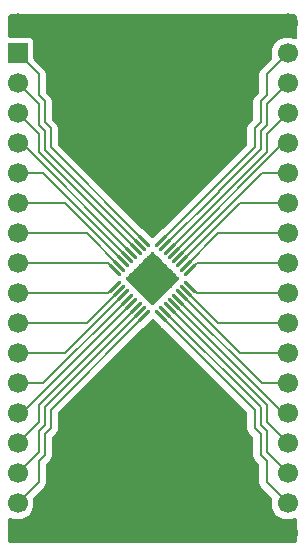
<source format=gtl>
G04 #@! TF.GenerationSoftware,KiCad,Pcbnew,9.0.6*
G04 #@! TF.CreationDate,2026-01-02T20:46:07-06:00*
G04 #@! TF.ProjectId,QFN-32_5x5_P0.5,51464e2d-3332-45f3-9578-355f50302e35,rev?*
G04 #@! TF.SameCoordinates,Original*
G04 #@! TF.FileFunction,Copper,L1,Top*
G04 #@! TF.FilePolarity,Positive*
%FSLAX46Y46*%
G04 Gerber Fmt 4.6, Leading zero omitted, Abs format (unit mm)*
G04 Created by KiCad (PCBNEW 9.0.6) date 2026-01-02 20:46:07*
%MOMM*%
%LPD*%
G01*
G04 APERTURE LIST*
G04 Aperture macros list*
%AMRoundRect*
0 Rectangle with rounded corners*
0 $1 Rounding radius*
0 $2 $3 $4 $5 $6 $7 $8 $9 X,Y pos of 4 corners*
0 Add a 4 corners polygon primitive as box body*
4,1,4,$2,$3,$4,$5,$6,$7,$8,$9,$2,$3,0*
0 Add four circle primitives for the rounded corners*
1,1,$1+$1,$2,$3*
1,1,$1+$1,$4,$5*
1,1,$1+$1,$6,$7*
1,1,$1+$1,$8,$9*
0 Add four rect primitives between the rounded corners*
20,1,$1+$1,$2,$3,$4,$5,0*
20,1,$1+$1,$4,$5,$6,$7,0*
20,1,$1+$1,$6,$7,$8,$9,0*
20,1,$1+$1,$8,$9,$2,$3,0*%
%AMRotRect*
0 Rectangle, with rotation*
0 The origin of the aperture is its center*
0 $1 length*
0 $2 width*
0 $3 Rotation angle, in degrees counterclockwise*
0 Add horizontal line*
21,1,$1,$2,0,0,$3*%
G04 Aperture macros list end*
G04 #@! TA.AperFunction,SMDPad,CuDef*
%ADD10RoundRect,0.062500X-0.468458X0.380070X0.380070X-0.468458X0.468458X-0.380070X-0.380070X0.468458X0*%
G04 #@! TD*
G04 #@! TA.AperFunction,SMDPad,CuDef*
%ADD11RoundRect,0.062500X-0.468458X-0.380070X-0.380070X-0.468458X0.468458X0.380070X0.380070X0.468458X0*%
G04 #@! TD*
G04 #@! TA.AperFunction,HeatsinkPad*
%ADD12C,0.500000*%
G04 #@! TD*
G04 #@! TA.AperFunction,HeatsinkPad*
%ADD13RotRect,2.500000X2.500000X315.000000*%
G04 #@! TD*
G04 #@! TA.AperFunction,ComponentPad*
%ADD14C,1.700000*%
G04 #@! TD*
G04 #@! TA.AperFunction,ComponentPad*
%ADD15R,1.700000X1.700000*%
G04 #@! TD*
G04 #@! TA.AperFunction,ViaPad*
%ADD16C,0.600000*%
G04 #@! TD*
G04 #@! TA.AperFunction,Conductor*
%ADD17C,0.200000*%
G04 #@! TD*
G04 APERTURE END LIST*
D10*
X137696377Y-117441503D03*
X137342823Y-117795056D03*
X136989270Y-118148610D03*
X136635717Y-118502163D03*
X136282163Y-118855717D03*
X135928610Y-119209270D03*
X135575056Y-119562823D03*
X135221503Y-119916377D03*
D11*
X135221503Y-121383623D03*
X135575056Y-121737177D03*
X135928610Y-122090730D03*
X136282163Y-122444283D03*
X136635717Y-122797837D03*
X136989270Y-123151390D03*
X137342823Y-123504944D03*
X137696377Y-123858497D03*
D10*
X139163623Y-123858497D03*
X139517177Y-123504944D03*
X139870730Y-123151390D03*
X140224283Y-122797837D03*
X140577837Y-122444283D03*
X140931390Y-122090730D03*
X141284944Y-121737177D03*
X141638497Y-121383623D03*
D11*
X141638497Y-119916377D03*
X141284944Y-119562823D03*
X140931390Y-119209270D03*
X140577837Y-118855717D03*
X140224283Y-118502163D03*
X139870730Y-118148610D03*
X139517177Y-117795056D03*
X139163623Y-117441503D03*
D12*
X138430000Y-119235786D03*
X137722893Y-119942893D03*
X137015786Y-120650000D03*
X139137107Y-119942893D03*
X138430000Y-120650000D03*
D13*
X138430000Y-120650000D03*
D12*
X137722893Y-121357107D03*
X139844214Y-120650000D03*
X139137107Y-121357107D03*
X138430000Y-122064214D03*
D14*
X127000000Y-99061642D03*
D15*
X127000000Y-101601642D03*
D14*
X127000000Y-104141642D03*
X127000000Y-106681642D03*
X127000000Y-109221642D03*
X127000000Y-111761642D03*
X127000000Y-114301642D03*
X127000000Y-116841642D03*
X127000000Y-119381642D03*
X127000000Y-121921642D03*
X127000000Y-124461642D03*
X127000000Y-127001642D03*
X127000000Y-129541642D03*
X127000000Y-132081642D03*
X127000000Y-134621642D03*
X127000000Y-137161642D03*
X127000000Y-139701642D03*
X127000000Y-142241642D03*
X149860000Y-99061642D03*
X149860000Y-101601642D03*
X149860000Y-104141642D03*
X149860000Y-106681642D03*
X149860000Y-109221642D03*
X149860000Y-111761642D03*
X149860000Y-114301642D03*
X149860000Y-116841642D03*
X149860000Y-119381642D03*
X149860000Y-121921642D03*
X149860000Y-124461642D03*
X149860000Y-127001642D03*
X149860000Y-129541642D03*
X149860000Y-132081642D03*
X149860000Y-134621642D03*
X149860000Y-137161642D03*
X149860000Y-139701642D03*
X149860000Y-142241642D03*
D16*
X138430000Y-105029000D03*
X138430000Y-139065000D03*
X138430000Y-115951000D03*
X138430000Y-125349000D03*
D17*
X145839018Y-114301642D02*
X149860000Y-114301642D01*
X140931390Y-119209270D02*
X145839018Y-114301642D01*
X132853875Y-124460000D02*
X127000000Y-124459999D01*
X135575056Y-121738819D02*
X132853875Y-124460000D01*
X128778000Y-109937340D02*
X128778000Y-108459642D01*
X127000000Y-106681642D02*
X128778000Y-108459642D01*
X136989270Y-118148610D02*
X128778000Y-109937340D01*
X131020982Y-114301642D02*
X127000000Y-114301642D01*
X135928610Y-119209270D02*
X131020982Y-114301642D01*
X135221503Y-119916377D02*
X134686768Y-119381642D01*
X134686768Y-119381642D02*
X127000000Y-119381642D01*
X129794000Y-109539126D02*
X129794000Y-107950000D01*
X129286000Y-107442000D02*
X129286000Y-105664000D01*
X128778000Y-105156000D02*
X128778000Y-103379642D01*
X129286000Y-105664000D02*
X128778000Y-105156000D01*
X129794000Y-107950000D02*
X129286000Y-107442000D01*
X137696377Y-117441503D02*
X129794000Y-109539126D01*
X128778000Y-103379642D02*
X127000000Y-101601642D01*
X144018000Y-113284000D02*
X147574000Y-109728000D01*
X148082000Y-105919642D02*
X149860000Y-104141642D01*
X139517177Y-117795056D02*
X144018000Y-113294233D01*
X147574000Y-109728000D02*
X147574000Y-108204000D01*
X144018000Y-113294233D02*
X144018000Y-113284000D01*
X147574000Y-108204000D02*
X148082000Y-107696000D01*
X148082000Y-107696000D02*
X148082000Y-105919642D01*
X132853875Y-116841642D02*
X127000000Y-116841642D01*
X135575056Y-119562823D02*
X132853875Y-116841642D01*
X147671912Y-111761642D02*
X149860000Y-111761642D01*
X140577837Y-118855717D02*
X147671912Y-111761642D01*
X137342823Y-117795056D02*
X129286000Y-109738233D01*
X128778000Y-105919642D02*
X127000000Y-104141642D01*
X129286000Y-108204000D02*
X128778000Y-107696000D01*
X129286000Y-109738233D02*
X129286000Y-108204000D01*
X128778000Y-107696000D02*
X128778000Y-105919642D01*
X148082000Y-103379642D02*
X149860000Y-101601642D01*
X147574000Y-105664000D02*
X148082000Y-105156000D01*
X147574000Y-107442000D02*
X147574000Y-105664000D01*
X139163623Y-117441503D02*
X147066000Y-109539126D01*
X147066000Y-107950000D02*
X147574000Y-107442000D01*
X147066000Y-109539126D02*
X147066000Y-107950000D01*
X148082000Y-105156000D02*
X148082000Y-103379642D01*
X141638497Y-121385265D02*
X142173232Y-121920000D01*
X142173232Y-121920000D02*
X149860000Y-121920000D01*
X141284944Y-121738819D02*
X144006125Y-124460000D01*
X144006125Y-124460000D02*
X149860000Y-124459999D01*
X139870730Y-123153032D02*
X148082000Y-131364302D01*
X148082000Y-131364302D02*
X148082000Y-132842000D01*
X149860000Y-134619999D02*
X148082000Y-132842000D01*
X140224283Y-122799479D02*
X149504804Y-132080001D01*
X149504804Y-132080001D02*
X149860000Y-132080000D01*
X139517177Y-123506586D02*
X147574000Y-131563409D01*
X148082000Y-135382000D02*
X149860000Y-137160001D01*
X148082000Y-133605642D02*
X148082000Y-135382000D01*
X147574000Y-133097642D02*
X148082000Y-133605642D01*
X147574000Y-131563409D02*
X147574000Y-133097642D01*
X134686768Y-121920000D02*
X127000000Y-121920000D01*
X135221503Y-121385265D02*
X134686768Y-121920000D01*
X128777999Y-132842000D02*
X127000000Y-134619999D01*
X136989270Y-123153032D02*
X128778000Y-131364302D01*
X128778000Y-131364302D02*
X128777999Y-132842000D01*
X141284944Y-119562823D02*
X144006125Y-116841642D01*
X144006125Y-116841642D02*
X149860000Y-116841642D01*
X147671912Y-129540000D02*
X149860000Y-129540000D01*
X140577837Y-122445925D02*
X147671912Y-129540000D01*
X137696377Y-123860139D02*
X129794000Y-131762516D01*
X129286000Y-133859642D02*
X129286000Y-135637642D01*
X129794000Y-133351642D02*
X129286000Y-133859642D01*
X129286000Y-135637642D02*
X128778000Y-136145642D01*
X128778000Y-137922000D02*
X127000000Y-139700000D01*
X128778000Y-136145642D02*
X128778000Y-137922000D01*
X129794000Y-131762516D02*
X129794000Y-133351642D01*
X140224283Y-118502163D02*
X149504804Y-109221642D01*
X149504804Y-109221642D02*
X149860000Y-109221642D01*
X132842000Y-128007409D02*
X132842000Y-128017642D01*
X128778000Y-133605642D02*
X128778000Y-135382000D01*
X129286000Y-131573642D02*
X129286000Y-133097642D01*
X128778000Y-135382000D02*
X127000000Y-137160001D01*
X129286000Y-133097642D02*
X128778000Y-133605642D01*
X137342823Y-123506586D02*
X132842000Y-128007409D01*
X132842000Y-128017642D02*
X129286000Y-131573642D01*
X142173232Y-119381642D02*
X149860000Y-119381642D01*
X141638497Y-119916377D02*
X142173232Y-119381642D01*
X148082000Y-109937340D02*
X148082000Y-108459642D01*
X148082000Y-108459642D02*
X149860000Y-106681642D01*
X139870730Y-118148610D02*
X148082000Y-109937340D01*
X147066000Y-131762516D02*
X147066000Y-133351642D01*
X147574000Y-133859642D02*
X147574000Y-135637642D01*
X148082000Y-136145642D02*
X148082000Y-137922000D01*
X147066000Y-133351642D02*
X147574000Y-133859642D01*
X147574000Y-135637642D02*
X148082000Y-136145642D01*
X148082000Y-137922000D02*
X149860000Y-139700000D01*
X139163623Y-123860139D02*
X147066000Y-131762516D01*
X129188088Y-111761642D02*
X127000000Y-111761642D01*
X136282163Y-118855717D02*
X129188088Y-111761642D01*
X136635717Y-118502163D02*
X127355196Y-109221642D01*
X127355196Y-109221642D02*
X127000000Y-109221642D01*
X127355196Y-132080001D02*
X127000000Y-132080000D01*
X136635717Y-122799479D02*
X127355196Y-132080001D01*
X136282163Y-122445925D02*
X129188088Y-129540000D01*
X129188088Y-129540000D02*
X127000000Y-129540000D01*
X131020982Y-127000000D02*
X127000000Y-127000000D01*
X135928610Y-122092372D02*
X131020982Y-127000000D01*
X145839018Y-127000000D02*
X149860000Y-127000000D01*
X140931390Y-122092372D02*
X145839018Y-127000000D01*
G04 #@! TA.AperFunction,Conductor*
G36*
X138473332Y-124068643D02*
G01*
X138517680Y-124097144D01*
X139171685Y-124751148D01*
X139259763Y-124818735D01*
X139259767Y-124818736D01*
X139266802Y-124822799D01*
X139266511Y-124823301D01*
X139299773Y-124845524D01*
X146429181Y-131974932D01*
X146462666Y-132036255D01*
X146465500Y-132062613D01*
X146465500Y-133264972D01*
X146465499Y-133264990D01*
X146465499Y-133430696D01*
X146465498Y-133430696D01*
X146465499Y-133430699D01*
X146506423Y-133583427D01*
X146506424Y-133583428D01*
X146511104Y-133591536D01*
X146511106Y-133591538D01*
X146585477Y-133720354D01*
X146585481Y-133720359D01*
X146704349Y-133839227D01*
X146704355Y-133839232D01*
X146937181Y-134072058D01*
X146970666Y-134133381D01*
X146973500Y-134159739D01*
X146973500Y-135550972D01*
X146973499Y-135550990D01*
X146973499Y-135716696D01*
X146973498Y-135716696D01*
X146989575Y-135776693D01*
X147014423Y-135869427D01*
X147016594Y-135873188D01*
X147016598Y-135873200D01*
X147016601Y-135873199D01*
X147093477Y-136006354D01*
X147093481Y-136006359D01*
X147212349Y-136125227D01*
X147212355Y-136125232D01*
X147445181Y-136358058D01*
X147478666Y-136419381D01*
X147481500Y-136445739D01*
X147481500Y-137835330D01*
X147481499Y-137835348D01*
X147481499Y-138001054D01*
X147481498Y-138001054D01*
X147481499Y-138001057D01*
X147522423Y-138153785D01*
X147522424Y-138153786D01*
X147527246Y-138162140D01*
X147527248Y-138162142D01*
X147601477Y-138290712D01*
X147601481Y-138290717D01*
X147720349Y-138409585D01*
X147720355Y-138409590D01*
X148526644Y-139215880D01*
X148560129Y-139277203D01*
X148556894Y-139341879D01*
X148542754Y-139385397D01*
X148509500Y-139595355D01*
X148509500Y-139807928D01*
X148542753Y-140017881D01*
X148608444Y-140220056D01*
X148704951Y-140409462D01*
X148829890Y-140581428D01*
X148980213Y-140731751D01*
X149152179Y-140856690D01*
X149152181Y-140856691D01*
X149152184Y-140856693D01*
X149341588Y-140953199D01*
X149543757Y-141018888D01*
X149753713Y-141052142D01*
X149753714Y-141052142D01*
X149966286Y-141052142D01*
X149966287Y-141052142D01*
X150176243Y-141018888D01*
X150378412Y-140953199D01*
X150449205Y-140917127D01*
X150517874Y-140904232D01*
X150582614Y-140930508D01*
X150622872Y-140987614D01*
X150629500Y-141027613D01*
X150629500Y-142885500D01*
X150609815Y-142952539D01*
X150557011Y-142998294D01*
X150505500Y-143009500D01*
X126354500Y-143009500D01*
X126287461Y-142989815D01*
X126241706Y-142937011D01*
X126230500Y-142885500D01*
X126230500Y-141027613D01*
X126250185Y-140960574D01*
X126302989Y-140914819D01*
X126372147Y-140904875D01*
X126410793Y-140917127D01*
X126481588Y-140953199D01*
X126683757Y-141018888D01*
X126893713Y-141052142D01*
X126893714Y-141052142D01*
X127106286Y-141052142D01*
X127106287Y-141052142D01*
X127316243Y-141018888D01*
X127518412Y-140953199D01*
X127707816Y-140856693D01*
X127729789Y-140840728D01*
X127879786Y-140731751D01*
X127879788Y-140731748D01*
X127879792Y-140731746D01*
X128030104Y-140581434D01*
X128030106Y-140581430D01*
X128030109Y-140581428D01*
X128155048Y-140409462D01*
X128155047Y-140409462D01*
X128155051Y-140409458D01*
X128251557Y-140220054D01*
X128317246Y-140017885D01*
X128350500Y-139807929D01*
X128350500Y-139595355D01*
X128317246Y-139385399D01*
X128303104Y-139341877D01*
X128301110Y-139272037D01*
X128333353Y-139215881D01*
X129258520Y-138290716D01*
X129337577Y-138153784D01*
X129378501Y-138001057D01*
X129378501Y-137842942D01*
X129378501Y-137835339D01*
X129378500Y-137835329D01*
X129378500Y-136445738D01*
X129398185Y-136378699D01*
X129414815Y-136358061D01*
X129644506Y-136128369D01*
X129644511Y-136128366D01*
X129654714Y-136118162D01*
X129654716Y-136118162D01*
X129766520Y-136006358D01*
X129845577Y-135869426D01*
X129886500Y-135716699D01*
X129886500Y-134159738D01*
X129906185Y-134092699D01*
X129922815Y-134072061D01*
X130152506Y-133842369D01*
X130152511Y-133842366D01*
X130162714Y-133832162D01*
X130162716Y-133832162D01*
X130274520Y-133720358D01*
X130353577Y-133583426D01*
X130391338Y-133442500D01*
X130394500Y-133430700D01*
X130394500Y-133272585D01*
X130394500Y-132062613D01*
X130414185Y-131995574D01*
X130430819Y-131974932D01*
X133974345Y-128431406D01*
X137560228Y-124845522D01*
X137593489Y-124823300D01*
X137593199Y-124822798D01*
X137600231Y-124818737D01*
X137600237Y-124818735D01*
X137688315Y-124751149D01*
X138342318Y-124097143D01*
X138403641Y-124063659D01*
X138473332Y-124068643D01*
G37*
G04 #@! TD.AperFunction*
G04 #@! TA.AperFunction,Conductor*
G36*
X138439251Y-118385073D02*
G01*
X138459323Y-118384132D01*
X138484883Y-118394387D01*
X138488023Y-118395028D01*
X138490591Y-118396677D01*
X138492079Y-118397274D01*
X138499076Y-118401321D01*
X138499624Y-118401741D01*
X138500253Y-118402001D01*
X138507326Y-118406092D01*
X138525976Y-118425681D01*
X138547052Y-118442640D01*
X138549711Y-118450610D01*
X138551694Y-118452693D01*
X138552873Y-118452013D01*
X138556939Y-118459056D01*
X138556941Y-118459058D01*
X138624525Y-118547134D01*
X138624529Y-118547138D01*
X138624530Y-118547139D01*
X138765092Y-118687701D01*
X138765102Y-118687710D01*
X138798630Y-118713437D01*
X138853178Y-118755294D01*
X138853180Y-118755295D01*
X138860217Y-118759358D01*
X138858513Y-118762308D01*
X138900648Y-118796255D01*
X138905907Y-118805874D01*
X138906430Y-118805573D01*
X138910492Y-118812610D01*
X138942822Y-118854742D01*
X138978078Y-118900688D01*
X138978082Y-118900692D01*
X138978083Y-118900693D01*
X139118645Y-119041255D01*
X139118655Y-119041264D01*
X139206727Y-119108845D01*
X139206731Y-119108848D01*
X139206735Y-119108849D01*
X139213768Y-119112910D01*
X139212056Y-119115874D01*
X139254140Y-119149721D01*
X139259448Y-119159430D01*
X139259981Y-119159123D01*
X139264045Y-119166163D01*
X139264047Y-119166165D01*
X139331631Y-119254241D01*
X139331635Y-119254245D01*
X139331636Y-119254246D01*
X139472201Y-119394811D01*
X139472205Y-119394814D01*
X139560284Y-119462401D01*
X139560285Y-119462401D01*
X139560286Y-119462402D01*
X139567322Y-119466465D01*
X139565620Y-119469411D01*
X139607772Y-119503389D01*
X139613014Y-119512978D01*
X139613535Y-119512678D01*
X139617597Y-119519714D01*
X139617599Y-119519716D01*
X139685185Y-119607795D01*
X139685189Y-119607799D01*
X139685190Y-119607800D01*
X139825752Y-119748362D01*
X139825762Y-119748371D01*
X139913834Y-119815952D01*
X139913838Y-119815955D01*
X139913842Y-119815956D01*
X139920875Y-119820017D01*
X139919163Y-119822981D01*
X139961247Y-119856828D01*
X139966555Y-119866537D01*
X139967088Y-119866230D01*
X139971152Y-119873270D01*
X139971154Y-119873272D01*
X140038738Y-119961348D01*
X140038742Y-119961352D01*
X140038743Y-119961353D01*
X140179305Y-120101915D01*
X140179315Y-120101924D01*
X140245371Y-120152611D01*
X140267391Y-120169508D01*
X140267393Y-120169509D01*
X140274430Y-120173572D01*
X140272720Y-120176532D01*
X140314819Y-120210407D01*
X140320109Y-120220086D01*
X140320640Y-120219780D01*
X140324706Y-120226823D01*
X140324708Y-120226825D01*
X140392292Y-120314901D01*
X140392296Y-120314905D01*
X140392297Y-120314906D01*
X140532859Y-120455468D01*
X140532869Y-120455477D01*
X140580306Y-120491877D01*
X140620945Y-120523061D01*
X140620947Y-120523062D01*
X140627984Y-120527125D01*
X140626280Y-120530075D01*
X140631776Y-120534503D01*
X140652069Y-120544946D01*
X140661151Y-120558169D01*
X140668415Y-120564022D01*
X140673907Y-120572673D01*
X140677999Y-120579748D01*
X140678259Y-120580376D01*
X140678677Y-120580920D01*
X140682725Y-120587920D01*
X140689166Y-120614384D01*
X140698964Y-120639801D01*
X140697307Y-120647836D01*
X140699248Y-120655808D01*
X140690358Y-120681555D01*
X140684860Y-120708232D01*
X140682132Y-120712476D01*
X140682322Y-120712586D01*
X140674195Y-120726662D01*
X140671969Y-120725377D01*
X140669126Y-120727616D01*
X140637184Y-120767173D01*
X140627687Y-120772362D01*
X140627983Y-120772875D01*
X140620946Y-120776937D01*
X140532870Y-120844522D01*
X140532860Y-120844530D01*
X140392295Y-120985095D01*
X140324704Y-121073180D01*
X140320644Y-121080213D01*
X140317722Y-121078526D01*
X140283569Y-121120769D01*
X140274134Y-121125917D01*
X140274429Y-121126428D01*
X140267392Y-121130490D01*
X140179316Y-121198075D01*
X140179306Y-121198083D01*
X140038741Y-121338648D01*
X139971150Y-121426733D01*
X139967088Y-121433769D01*
X139964151Y-121432073D01*
X139930102Y-121474261D01*
X139920580Y-121479460D01*
X139920880Y-121479979D01*
X139913836Y-121484045D01*
X139825763Y-121551628D01*
X139825753Y-121551636D01*
X139685191Y-121692198D01*
X139685182Y-121692208D01*
X139617598Y-121780284D01*
X139613532Y-121787327D01*
X139610589Y-121785627D01*
X139576586Y-121827790D01*
X139567023Y-121833011D01*
X139567325Y-121833534D01*
X139560280Y-121837601D01*
X139472209Y-121905182D01*
X139472199Y-121905190D01*
X139331634Y-122045755D01*
X139264043Y-122133840D01*
X139259981Y-122140876D01*
X139257044Y-122139180D01*
X139222995Y-122181368D01*
X139213473Y-122186567D01*
X139213773Y-122187086D01*
X139206729Y-122191152D01*
X139118656Y-122258735D01*
X139118646Y-122258743D01*
X138978081Y-122399308D01*
X138910490Y-122487393D01*
X138906430Y-122494426D01*
X138903498Y-122492733D01*
X138869417Y-122534940D01*
X138859920Y-122540129D01*
X138860216Y-122540642D01*
X138853179Y-122544704D01*
X138765103Y-122612289D01*
X138765093Y-122612297D01*
X138624528Y-122752862D01*
X138556937Y-122840947D01*
X138552877Y-122847980D01*
X138549955Y-122846293D01*
X138545447Y-122851869D01*
X138535055Y-122872066D01*
X138521704Y-122881236D01*
X138515802Y-122888536D01*
X138507329Y-122893905D01*
X138500247Y-122898000D01*
X138499624Y-122898259D01*
X138499081Y-122898674D01*
X138492083Y-122902723D01*
X138465617Y-122909165D01*
X138440199Y-122918964D01*
X138432165Y-122917308D01*
X138424196Y-122919248D01*
X138398447Y-122910358D01*
X138371768Y-122904860D01*
X138367531Y-122902134D01*
X138367421Y-122902326D01*
X138353343Y-122894199D01*
X138354627Y-122891973D01*
X138352388Y-122889130D01*
X138312826Y-122857184D01*
X138307645Y-122847683D01*
X138307125Y-122847984D01*
X138303060Y-122840943D01*
X138272738Y-122801428D01*
X138235475Y-122752866D01*
X138208312Y-122725703D01*
X138094904Y-122612295D01*
X138050861Y-122578499D01*
X138006822Y-122544706D01*
X138006821Y-122544705D01*
X138006819Y-122544704D01*
X137999784Y-122540642D01*
X138001485Y-122537695D01*
X137959334Y-122503718D01*
X137954100Y-122494124D01*
X137953572Y-122494430D01*
X137949507Y-122487389D01*
X137926979Y-122458031D01*
X137881922Y-122399312D01*
X137881916Y-122399306D01*
X137741354Y-122258744D01*
X137741344Y-122258735D01*
X137653269Y-122191152D01*
X137646230Y-122187088D01*
X137647919Y-122184160D01*
X137605696Y-122150040D01*
X137600535Y-122140580D01*
X137600020Y-122140878D01*
X137595955Y-122133838D01*
X137528372Y-122045763D01*
X137528369Y-122045759D01*
X137528363Y-122045753D01*
X137387798Y-121905188D01*
X137343755Y-121871392D01*
X137299716Y-121837599D01*
X137299715Y-121837598D01*
X137299713Y-121837597D01*
X137292681Y-121833537D01*
X137294373Y-121830605D01*
X137252167Y-121796524D01*
X137246986Y-121787026D01*
X137246467Y-121787326D01*
X137242400Y-121780282D01*
X137219872Y-121750924D01*
X137174815Y-121692205D01*
X137174808Y-121692198D01*
X137034247Y-121551637D01*
X137034237Y-121551628D01*
X136946162Y-121484045D01*
X136939123Y-121479981D01*
X136940812Y-121477053D01*
X136898589Y-121442933D01*
X136893428Y-121433473D01*
X136892913Y-121433771D01*
X136888848Y-121426731D01*
X136821265Y-121338656D01*
X136821262Y-121338652D01*
X136765791Y-121283181D01*
X136680691Y-121198081D01*
X136592609Y-121130492D01*
X136585576Y-121126432D01*
X136587268Y-121123501D01*
X136545059Y-121089417D01*
X136539878Y-121079916D01*
X136539358Y-121080217D01*
X136535293Y-121073176D01*
X136511255Y-121041850D01*
X136467708Y-120985099D01*
X136467702Y-120985093D01*
X136327137Y-120844528D01*
X136239052Y-120776937D01*
X136232017Y-120772875D01*
X136233718Y-120769928D01*
X136228210Y-120765488D01*
X136207933Y-120755055D01*
X136198873Y-120741840D01*
X136191567Y-120735951D01*
X136186094Y-120727329D01*
X136182001Y-120720253D01*
X136181741Y-120719624D01*
X136181320Y-120719076D01*
X136177276Y-120712083D01*
X136170849Y-120685680D01*
X136161046Y-120660332D01*
X136162706Y-120652230D01*
X136160751Y-120644196D01*
X136169618Y-120618510D01*
X136175076Y-120591886D01*
X136177875Y-120587534D01*
X136177675Y-120587419D01*
X136185803Y-120573340D01*
X136186729Y-120573875D01*
X136186760Y-120573836D01*
X136187054Y-120574062D01*
X136188028Y-120574624D01*
X136190997Y-120572286D01*
X136222579Y-120532990D01*
X136232328Y-120527668D01*
X136232015Y-120527126D01*
X136239051Y-120523062D01*
X136239055Y-120523061D01*
X136327134Y-120455475D01*
X136467707Y-120314901D01*
X136535294Y-120226822D01*
X136535297Y-120226814D01*
X136539356Y-120219785D01*
X136542330Y-120221502D01*
X136576105Y-120179455D01*
X136585891Y-120174109D01*
X136585578Y-120173567D01*
X136592605Y-120169509D01*
X136592609Y-120169508D01*
X136680688Y-120101922D01*
X136821261Y-119961348D01*
X136888848Y-119873269D01*
X136888851Y-119873261D01*
X136892914Y-119866226D01*
X136895889Y-119867943D01*
X136929660Y-119825902D01*
X136939436Y-119820559D01*
X136939124Y-119820018D01*
X136946156Y-119815957D01*
X136946162Y-119815955D01*
X137034241Y-119748369D01*
X137174814Y-119607795D01*
X137242401Y-119519716D01*
X137242403Y-119519709D01*
X137246465Y-119512677D01*
X137249434Y-119514391D01*
X137283239Y-119472330D01*
X137292989Y-119467006D01*
X137292677Y-119466465D01*
X137299713Y-119462402D01*
X137299716Y-119462401D01*
X137387795Y-119394815D01*
X137528368Y-119254241D01*
X137595955Y-119166162D01*
X137595958Y-119166154D01*
X137600021Y-119159119D01*
X137602996Y-119160836D01*
X137636767Y-119118795D01*
X137646543Y-119113452D01*
X137646231Y-119112911D01*
X137653263Y-119108850D01*
X137653269Y-119108848D01*
X137741348Y-119041262D01*
X137881921Y-118900688D01*
X137949508Y-118812609D01*
X137949510Y-118812602D01*
X137953572Y-118805570D01*
X137956541Y-118807284D01*
X137990346Y-118765223D01*
X138000095Y-118759901D01*
X137999782Y-118759359D01*
X138006818Y-118755295D01*
X138006822Y-118755294D01*
X138094901Y-118687708D01*
X138235474Y-118547134D01*
X138303061Y-118459055D01*
X138303064Y-118459047D01*
X138307123Y-118452018D01*
X138310087Y-118453729D01*
X138343934Y-118411646D01*
X138353645Y-118406339D01*
X138353337Y-118405805D01*
X138367415Y-118397677D01*
X138369111Y-118400615D01*
X138373154Y-118399047D01*
X138389530Y-118387405D01*
X138405064Y-118386676D01*
X138419565Y-118381055D01*
X138439251Y-118385073D01*
G37*
G04 #@! TD.AperFunction*
G04 #@! TA.AperFunction,Conductor*
G36*
X150572539Y-98310185D02*
G01*
X150618294Y-98362989D01*
X150629500Y-98414500D01*
X150629500Y-100275670D01*
X150609815Y-100342709D01*
X150557011Y-100388464D01*
X150487853Y-100398408D01*
X150449206Y-100386155D01*
X150378417Y-100350087D01*
X150378414Y-100350086D01*
X150378412Y-100350085D01*
X150176243Y-100284396D01*
X150176241Y-100284395D01*
X150176240Y-100284395D01*
X150014957Y-100258850D01*
X149966287Y-100251142D01*
X149753713Y-100251142D01*
X149705042Y-100258850D01*
X149543760Y-100284395D01*
X149341585Y-100350086D01*
X149152179Y-100446593D01*
X148980213Y-100571532D01*
X148829890Y-100721855D01*
X148704951Y-100893821D01*
X148608444Y-101083227D01*
X148542753Y-101285402D01*
X148509500Y-101495355D01*
X148509500Y-101707928D01*
X148542754Y-101917886D01*
X148542754Y-101917889D01*
X148556491Y-101960165D01*
X148558486Y-102030006D01*
X148526241Y-102086164D01*
X147713286Y-102899120D01*
X147601481Y-103010924D01*
X147601479Y-103010927D01*
X147551361Y-103097736D01*
X147551359Y-103097738D01*
X147522425Y-103147851D01*
X147522424Y-103147852D01*
X147506544Y-103207114D01*
X147481499Y-103300585D01*
X147481499Y-103300586D01*
X147481499Y-103300587D01*
X147481499Y-103468688D01*
X147481500Y-103468701D01*
X147481500Y-104855902D01*
X147461815Y-104922941D01*
X147445181Y-104943583D01*
X147093481Y-105295282D01*
X147093477Y-105295287D01*
X147079707Y-105319140D01*
X147079706Y-105319142D01*
X147014423Y-105432215D01*
X146973499Y-105584943D01*
X146973499Y-105584945D01*
X146973499Y-105753046D01*
X146973500Y-105753059D01*
X146973500Y-107141902D01*
X146953815Y-107208941D01*
X146937181Y-107229583D01*
X146585481Y-107581282D01*
X146585479Y-107581285D01*
X146567253Y-107612853D01*
X146549027Y-107644423D01*
X146506423Y-107718215D01*
X146465499Y-107870943D01*
X146465499Y-107870945D01*
X146465499Y-108039046D01*
X146465500Y-108039059D01*
X146465500Y-109239028D01*
X146445815Y-109306067D01*
X146429181Y-109326709D01*
X139302575Y-116453314D01*
X139262356Y-116480190D01*
X139259764Y-116481263D01*
X139171685Y-116548850D01*
X138517680Y-117202855D01*
X138456357Y-117236340D01*
X138386665Y-117231356D01*
X138342320Y-117202856D01*
X137688315Y-116548852D01*
X137688314Y-116548851D01*
X137688305Y-116548843D01*
X137600239Y-116481265D01*
X137600236Y-116481264D01*
X137597653Y-116480194D01*
X137557424Y-116453314D01*
X130430819Y-109326709D01*
X130397334Y-109265386D01*
X130394500Y-109239028D01*
X130394500Y-107870945D01*
X130394500Y-107870943D01*
X130353577Y-107718216D01*
X130310973Y-107644423D01*
X130274524Y-107581290D01*
X130274521Y-107581286D01*
X130274520Y-107581284D01*
X130162716Y-107469480D01*
X130162715Y-107469479D01*
X130158385Y-107465149D01*
X130158374Y-107465139D01*
X129922819Y-107229584D01*
X129889334Y-107168261D01*
X129886500Y-107141903D01*
X129886500Y-105584945D01*
X129886500Y-105584943D01*
X129845577Y-105432216D01*
X129780295Y-105319143D01*
X129766524Y-105295290D01*
X129766521Y-105295286D01*
X129766520Y-105295284D01*
X129654716Y-105183480D01*
X129654715Y-105183479D01*
X129650385Y-105179149D01*
X129650374Y-105179139D01*
X129414819Y-104943584D01*
X129381334Y-104882261D01*
X129378500Y-104855903D01*
X129378500Y-103468702D01*
X129378501Y-103468689D01*
X129378501Y-103300586D01*
X129337576Y-103147856D01*
X129337573Y-103147851D01*
X129258524Y-103010932D01*
X129258521Y-103010928D01*
X129258520Y-103010926D01*
X128959471Y-102711877D01*
X128386818Y-102139224D01*
X128353333Y-102077901D01*
X128350499Y-102051543D01*
X128350499Y-100703771D01*
X128350498Y-100703765D01*
X128344091Y-100644158D01*
X128293797Y-100509313D01*
X128293793Y-100509306D01*
X128207547Y-100394097D01*
X128207544Y-100394094D01*
X128092335Y-100307848D01*
X128092328Y-100307844D01*
X127957482Y-100257550D01*
X127957483Y-100257550D01*
X127897883Y-100251143D01*
X127897881Y-100251142D01*
X127897873Y-100251142D01*
X127897865Y-100251142D01*
X126354500Y-100251142D01*
X126287461Y-100231457D01*
X126241706Y-100178653D01*
X126230500Y-100127142D01*
X126230500Y-98414500D01*
X126250185Y-98347461D01*
X126302989Y-98301706D01*
X126354500Y-98290500D01*
X150505500Y-98290500D01*
X150572539Y-98310185D01*
G37*
G04 #@! TD.AperFunction*
M02*

</source>
